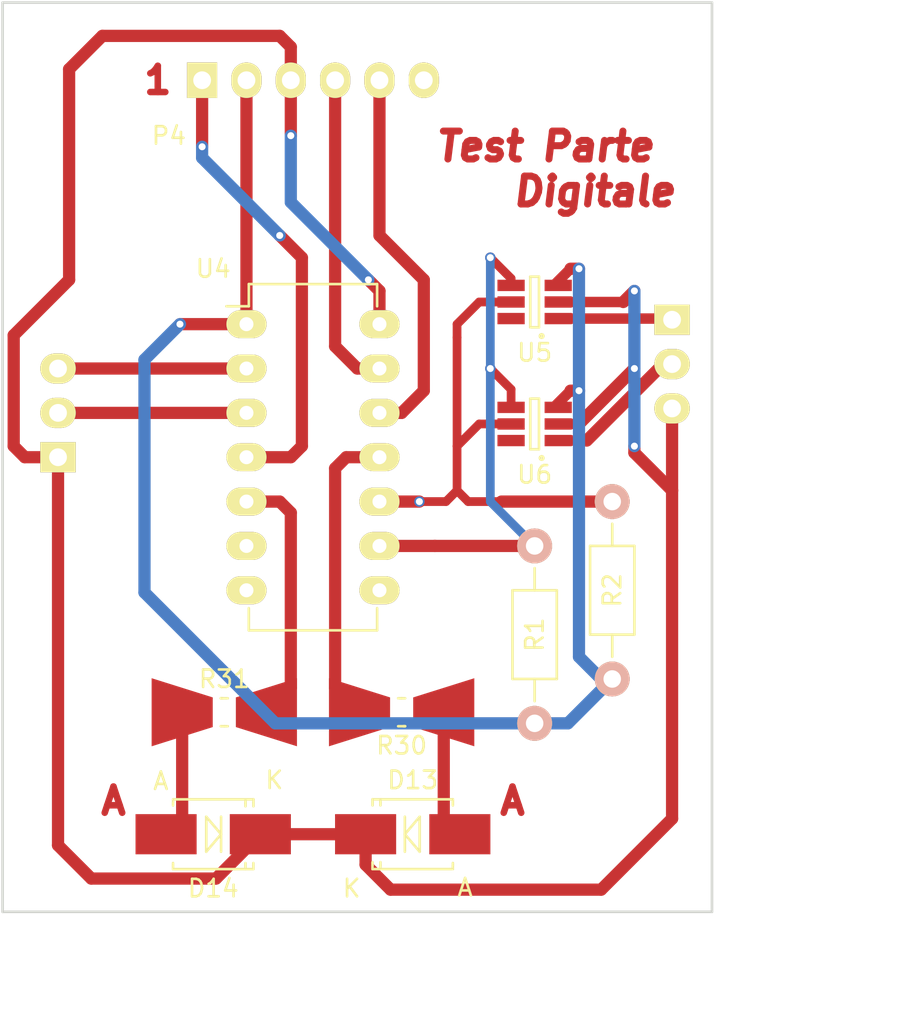
<source format=kicad_pcb>
(kicad_pcb (version 4) (host pcbnew 4.0.4+e1-6308~48~ubuntu16.04.1-stable)

  (general
    (links 30)
    (no_connects 1)
    (area 94.899762 86.128809 151.995 146.845001)
    (thickness 1.6)
    (drawings 10)
    (tracks 119)
    (zones 0)
    (modules 12)
    (nets 17)
  )

  (page A4)
  (layers
    (0 F.Cu signal)
    (31 B.Cu signal)
    (32 B.Adhes user)
    (33 F.Adhes user)
    (34 B.Paste user)
    (35 F.Paste user)
    (36 B.SilkS user)
    (37 F.SilkS user)
    (38 B.Mask user)
    (39 F.Mask user hide)
    (40 Dwgs.User user)
    (41 Cmts.User user)
    (42 Eco1.User user)
    (43 Eco2.User user)
    (44 Edge.Cuts user)
    (45 Margin user)
    (46 B.CrtYd user)
    (47 F.CrtYd user)
    (48 B.Fab user hide)
    (49 F.Fab user hide)
  )

  (setup
    (last_trace_width 0.25)
    (user_trace_width 0.5)
    (user_trace_width 0.7)
    (user_trace_width 0.8)
    (trace_clearance 0.2)
    (zone_clearance 0.508)
    (zone_45_only no)
    (trace_min 0.2)
    (segment_width 0.2)
    (edge_width 0.15)
    (via_size 0.6)
    (via_drill 0.4)
    (via_min_size 0.4)
    (via_min_drill 0.3)
    (uvia_size 0.3)
    (uvia_drill 0.1)
    (uvias_allowed no)
    (uvia_min_size 0.2)
    (uvia_min_drill 0.1)
    (pcb_text_width 0.3)
    (pcb_text_size 1.5 1.5)
    (mod_edge_width 0.15)
    (mod_text_size 1 1)
    (mod_text_width 0.15)
    (pad_size 1.524 1.524)
    (pad_drill 0.762)
    (pad_to_mask_clearance 0.2)
    (aux_axis_origin 0 0)
    (grid_origin 96.52 138.43)
    (visible_elements FFFFFF7F)
    (pcbplotparams
      (layerselection 0x00000_00000001)
      (usegerberextensions false)
      (excludeedgelayer false)
      (linewidth 0.100000)
      (plotframeref false)
      (viasonmask false)
      (mode 1)
      (useauxorigin false)
      (hpglpennumber 1)
      (hpglpenspeed 20)
      (hpglpendiameter 15)
      (hpglpenoverlay 2)
      (psnegative false)
      (psa4output false)
      (plotreference false)
      (plotvalue true)
      (plotinvisibletext false)
      (padsonsilk false)
      (subtractmaskfromsilk false)
      (outputformat 4)
      (mirror false)
      (drillshape 0)
      (scaleselection 1)
      (outputdirectory ""))
  )

  (net 0 "")
  (net 1 GND)
  (net 2 "Net-(D13-Pad2)")
  (net 3 "Net-(D14-Pad2)")
  (net 4 /TX)
  (net 5 /RX)
  (net 6 +5V)
  (net 7 /ICSPDAT)
  (net 8 /ICSPCLK)
  (net 9 /SDA)
  (net 10 /SCL)
  (net 11 /STATUS_LED_2)
  (net 12 /STATUS_LED_1)
  (net 13 VAA)
  (net 14 /dac_1_out)
  (net 15 /dac_2_out)
  (net 16 /~MCLR)

  (net_class Default "This is the default net class."
    (clearance 0.2)
    (trace_width 0.25)
    (via_dia 0.6)
    (via_drill 0.4)
    (uvia_dia 0.3)
    (uvia_drill 0.1)
    (add_net +5V)
    (add_net /ICSPCLK)
    (add_net /ICSPDAT)
    (add_net /RX)
    (add_net /SCL)
    (add_net /SDA)
    (add_net /STATUS_LED_1)
    (add_net /STATUS_LED_2)
    (add_net /TX)
    (add_net /dac_1_out)
    (add_net /dac_2_out)
    (add_net /~MCLR)
    (add_net GND)
    (add_net "Net-(D13-Pad2)")
    (add_net "Net-(D14-Pad2)")
    (add_net VAA)
  )

  (module Resistors_ThroughHole:Resistor_Horizontal_RM10mm (layer F.Cu) (tedit 5856571D) (tstamp 58565684)
    (at 127 127.635 90)
    (descr "Resistor, Axial,  RM 10mm, 1/3W")
    (tags "Resistor Axial RM 10mm 1/3W")
    (path /58565881)
    (fp_text reference R1 (at 5.08 0 90) (layer F.SilkS)
      (effects (font (size 1 1) (thickness 0.15)))
    )
    (fp_text value R (at 6.985 -2.54 90) (layer F.Fab)
      (effects (font (size 1 1) (thickness 0.15)))
    )
    (fp_line (start -1.25 -1.5) (end 11.4 -1.5) (layer F.CrtYd) (width 0.05))
    (fp_line (start -1.25 1.5) (end -1.25 -1.5) (layer F.CrtYd) (width 0.05))
    (fp_line (start 11.4 -1.5) (end 11.4 1.5) (layer F.CrtYd) (width 0.05))
    (fp_line (start -1.25 1.5) (end 11.4 1.5) (layer F.CrtYd) (width 0.05))
    (fp_line (start 2.54 -1.27) (end 7.62 -1.27) (layer F.SilkS) (width 0.15))
    (fp_line (start 7.62 -1.27) (end 7.62 1.27) (layer F.SilkS) (width 0.15))
    (fp_line (start 7.62 1.27) (end 2.54 1.27) (layer F.SilkS) (width 0.15))
    (fp_line (start 2.54 1.27) (end 2.54 -1.27) (layer F.SilkS) (width 0.15))
    (fp_line (start 2.54 0) (end 1.27 0) (layer F.SilkS) (width 0.15))
    (fp_line (start 7.62 0) (end 8.89 0) (layer F.SilkS) (width 0.15))
    (pad 1 thru_hole circle (at 0 0 90) (size 1.99898 1.99898) (drill 1.00076) (layers *.Cu *.SilkS *.Mask)
      (net 6 +5V))
    (pad 2 thru_hole circle (at 10.16 0 90) (size 1.99898 1.99898) (drill 1.00076) (layers *.Cu *.SilkS *.Mask)
      (net 9 /SDA))
    (model Resistors_ThroughHole.3dshapes/Resistor_Horizontal_RM10mm.wrl
      (at (xyz 0.2 0 0))
      (scale (xyz 0.4 0.4 0.4))
      (rotate (xyz 0 0 0))
    )
  )

  (module Resistors_ThroughHole:Resistor_Horizontal_RM10mm (layer F.Cu) (tedit 58565722) (tstamp 5856568A)
    (at 131.445 125.095 90)
    (descr "Resistor, Axial,  RM 10mm, 1/3W")
    (tags "Resistor Axial RM 10mm 1/3W")
    (path /5856597A)
    (fp_text reference R2 (at 5.08 0 90) (layer F.SilkS)
      (effects (font (size 1 1) (thickness 0.15)))
    )
    (fp_text value R (at 6.985 -2.54 90) (layer F.Fab)
      (effects (font (size 1 1) (thickness 0.15)))
    )
    (fp_line (start -1.25 -1.5) (end 11.4 -1.5) (layer F.CrtYd) (width 0.05))
    (fp_line (start -1.25 1.5) (end -1.25 -1.5) (layer F.CrtYd) (width 0.05))
    (fp_line (start 11.4 -1.5) (end 11.4 1.5) (layer F.CrtYd) (width 0.05))
    (fp_line (start -1.25 1.5) (end 11.4 1.5) (layer F.CrtYd) (width 0.05))
    (fp_line (start 2.54 -1.27) (end 7.62 -1.27) (layer F.SilkS) (width 0.15))
    (fp_line (start 7.62 -1.27) (end 7.62 1.27) (layer F.SilkS) (width 0.15))
    (fp_line (start 7.62 1.27) (end 2.54 1.27) (layer F.SilkS) (width 0.15))
    (fp_line (start 2.54 1.27) (end 2.54 -1.27) (layer F.SilkS) (width 0.15))
    (fp_line (start 2.54 0) (end 1.27 0) (layer F.SilkS) (width 0.15))
    (fp_line (start 7.62 0) (end 8.89 0) (layer F.SilkS) (width 0.15))
    (pad 1 thru_hole circle (at 0 0 90) (size 1.99898 1.99898) (drill 1.00076) (layers *.Cu *.SilkS *.Mask)
      (net 6 +5V))
    (pad 2 thru_hole circle (at 10.16 0 90) (size 1.99898 1.99898) (drill 1.00076) (layers *.Cu *.SilkS *.Mask)
      (net 10 /SCL))
    (model Resistors_ThroughHole.3dshapes/Resistor_Horizontal_RM10mm.wrl
      (at (xyz 0.2 0 0))
      (scale (xyz 0.4 0.4 0.4))
      (rotate (xyz 0 0 0))
    )
  )

  (module Housings_DIP:DIP-14_W7.62mm_LongPads (layer F.Cu) (tedit 5856594B) (tstamp 585656B4)
    (at 110.49 104.775)
    (descr "14-lead dip package, row spacing 7.62 mm (300 mils), longer pads")
    (tags "dil dip 2.54 300")
    (path /584FC13D)
    (fp_text reference U4 (at -1.905 -3.175 180) (layer F.SilkS)
      (effects (font (size 1 1) (thickness 0.15)))
    )
    (fp_text value PIC16F18323 (at 14.605 -1.905) (layer F.Fab)
      (effects (font (size 1 1) (thickness 0.15)))
    )
    (fp_line (start -1.4 -2.45) (end -1.4 17.7) (layer F.CrtYd) (width 0.05))
    (fp_line (start 9 -2.45) (end 9 17.7) (layer F.CrtYd) (width 0.05))
    (fp_line (start -1.4 -2.45) (end 9 -2.45) (layer F.CrtYd) (width 0.05))
    (fp_line (start -1.4 17.7) (end 9 17.7) (layer F.CrtYd) (width 0.05))
    (fp_line (start 0.135 -2.295) (end 0.135 -1.025) (layer F.SilkS) (width 0.15))
    (fp_line (start 7.485 -2.295) (end 7.485 -1.025) (layer F.SilkS) (width 0.15))
    (fp_line (start 7.485 17.535) (end 7.485 16.265) (layer F.SilkS) (width 0.15))
    (fp_line (start 0.135 17.535) (end 0.135 16.265) (layer F.SilkS) (width 0.15))
    (fp_line (start 0.135 -2.295) (end 7.485 -2.295) (layer F.SilkS) (width 0.15))
    (fp_line (start 0.135 17.535) (end 7.485 17.535) (layer F.SilkS) (width 0.15))
    (fp_line (start 0.135 -1.025) (end -1.15 -1.025) (layer F.SilkS) (width 0.15))
    (pad 1 thru_hole oval (at 0 0) (size 2.3 1.6) (drill 0.8) (layers *.Cu *.Mask F.SilkS)
      (net 6 +5V))
    (pad 2 thru_hole oval (at 0 2.54) (size 2.3 1.6) (drill 0.8) (layers *.Cu *.Mask F.SilkS)
      (net 5 /RX))
    (pad 3 thru_hole oval (at 0 5.08) (size 2.3 1.6) (drill 0.8) (layers *.Cu *.Mask F.SilkS)
      (net 4 /TX))
    (pad 4 thru_hole oval (at 0 7.62) (size 2.3 1.6) (drill 0.8) (layers *.Cu *.Mask F.SilkS)
      (net 16 /~MCLR))
    (pad 5 thru_hole oval (at 0 10.16) (size 2.3 1.6) (drill 0.8) (layers *.Cu *.Mask F.SilkS)
      (net 12 /STATUS_LED_1))
    (pad 6 thru_hole oval (at 0 12.7) (size 2.3 1.6) (drill 0.8) (layers *.Cu *.Mask F.SilkS))
    (pad 7 thru_hole oval (at 0 15.24) (size 2.3 1.6) (drill 0.8) (layers *.Cu *.Mask F.SilkS))
    (pad 8 thru_hole oval (at 7.62 15.24) (size 2.3 1.6) (drill 0.8) (layers *.Cu *.Mask F.SilkS))
    (pad 9 thru_hole oval (at 7.62 12.7) (size 2.3 1.6) (drill 0.8) (layers *.Cu *.Mask F.SilkS)
      (net 9 /SDA))
    (pad 10 thru_hole oval (at 7.62 10.16) (size 2.3 1.6) (drill 0.8) (layers *.Cu *.Mask F.SilkS)
      (net 10 /SCL))
    (pad 11 thru_hole oval (at 7.62 7.62) (size 2.3 1.6) (drill 0.8) (layers *.Cu *.Mask F.SilkS)
      (net 11 /STATUS_LED_2))
    (pad 12 thru_hole oval (at 7.62 5.08) (size 2.3 1.6) (drill 0.8) (layers *.Cu *.Mask F.SilkS)
      (net 8 /ICSPCLK))
    (pad 13 thru_hole oval (at 7.62 2.54) (size 2.3 1.6) (drill 0.8) (layers *.Cu *.Mask F.SilkS)
      (net 7 /ICSPDAT))
    (pad 14 thru_hole oval (at 7.62 0) (size 2.3 1.6) (drill 0.8) (layers *.Cu *.Mask F.SilkS)
      (net 1 GND))
    (model Housings_DIP.3dshapes/DIP-14_W7.62mm_LongPads.wrl
      (at (xyz 0 0 0))
      (scale (xyz 1 1 1))
      (rotate (xyz 0 0 0))
    )
  )

  (module Resistors_Universal:Resistor_SMD+THTuniversal_0805to2512_HandSoldering (layer F.Cu) (tedit 5856579D) (tstamp 58565859)
    (at 119.38 127 180)
    (descr "Resistor, SMD and THT, universal, 0805 to 2512, Hand soldering,")
    (tags "Resistor, SMD and THT, universal, 0805 to 2512, Hand soldering,")
    (path /584FEEDB)
    (fp_text reference R30 (at 0 -1.905 180) (layer F.SilkS)
      (effects (font (size 1 1) (thickness 0.15)))
    )
    (fp_text value 390 (at 0 2.54 180) (layer F.Fab)
      (effects (font (size 1 1) (thickness 0.15)))
    )
    (fp_line (start 0 0.8001) (end 0.20066 0.8001) (layer F.SilkS) (width 0.15))
    (fp_line (start 0 0.8001) (end -0.20066 0.8001) (layer F.SilkS) (width 0.15))
    (fp_line (start -0.09906 -0.8001) (end -0.20066 -0.8001) (layer F.SilkS) (width 0.15))
    (fp_line (start -0.20066 -0.8001) (end 0.20066 -0.8001) (layer F.SilkS) (width 0.15))
    (pad 1 smd trapezoid (at -2.413 0 180) (size 3.50012 2.79908) (rect_delta 1.09982 0 ) (layers F.Cu F.Paste F.Mask)
      (net 2 "Net-(D13-Pad2)"))
    (pad 2 smd trapezoid (at 2.413 0) (size 3.50012 2.79908) (rect_delta 1.09982 0 ) (layers F.Cu F.Paste F.Mask)
      (net 11 /STATUS_LED_2))
  )

  (module Resistors_Universal:Resistor_SMD+THTuniversal_0805to2512_HandSoldering (layer F.Cu) (tedit 585657A3) (tstamp 5856585E)
    (at 109.22 127)
    (descr "Resistor, SMD and THT, universal, 0805 to 2512, Hand soldering,")
    (tags "Resistor, SMD and THT, universal, 0805 to 2512, Hand soldering,")
    (path /584FF09D)
    (fp_text reference R31 (at 0 -1.905) (layer F.SilkS)
      (effects (font (size 1 1) (thickness 0.15)))
    )
    (fp_text value 390 (at 0 1.905) (layer F.Fab)
      (effects (font (size 1 1) (thickness 0.15)))
    )
    (fp_line (start 0 0.8001) (end 0.20066 0.8001) (layer F.SilkS) (width 0.15))
    (fp_line (start 0 0.8001) (end -0.20066 0.8001) (layer F.SilkS) (width 0.15))
    (fp_line (start -0.09906 -0.8001) (end -0.20066 -0.8001) (layer F.SilkS) (width 0.15))
    (fp_line (start -0.20066 -0.8001) (end 0.20066 -0.8001) (layer F.SilkS) (width 0.15))
    (pad 1 smd trapezoid (at -2.413 0) (size 3.50012 2.79908) (rect_delta 1.09982 0 ) (layers F.Cu F.Paste F.Mask)
      (net 3 "Net-(D14-Pad2)"))
    (pad 2 smd trapezoid (at 2.413 0 180) (size 3.50012 2.79908) (rect_delta 1.09982 0 ) (layers F.Cu F.Paste F.Mask)
      (net 12 /STATUS_LED_1))
  )

  (module Diodes_SMD:SMB_Handsoldering (layer F.Cu) (tedit 552FF2F0) (tstamp 585658C4)
    (at 120.015 133.985)
    (descr "Diode SMB Handsoldering")
    (tags "Diode SMB Handsoldering")
    (path /584FEDA7)
    (attr smd)
    (fp_text reference D13 (at 0 -3.1) (layer F.SilkS)
      (effects (font (size 1 1) (thickness 0.15)))
    )
    (fp_text value Led_Small (at 0.1 4.75) (layer F.Fab)
      (effects (font (size 1 1) (thickness 0.15)))
    )
    (fp_line (start -4.7 -2.25) (end 4.7 -2.25) (layer F.CrtYd) (width 0.05))
    (fp_line (start 4.7 -2.25) (end 4.7 2.25) (layer F.CrtYd) (width 0.05))
    (fp_line (start 4.7 2.25) (end -4.7 2.25) (layer F.CrtYd) (width 0.05))
    (fp_line (start -4.7 2.25) (end -4.7 -2.25) (layer F.CrtYd) (width 0.05))
    (fp_line (start -0.44958 0) (end 0.39878 -1.00076) (layer F.SilkS) (width 0.15))
    (fp_line (start 0.39878 -1.00076) (end 0.39878 1.00076) (layer F.SilkS) (width 0.15))
    (fp_line (start 0.39878 1.00076) (end -0.44958 0) (layer F.SilkS) (width 0.15))
    (fp_line (start -0.44958 0) (end -0.44958 1.00076) (layer F.SilkS) (width 0.15))
    (fp_line (start -0.44958 0) (end -0.44958 -1.00076) (layer F.SilkS) (width 0.15))
    (fp_text user K (at -3.5 3.1) (layer F.SilkS)
      (effects (font (size 1 1) (thickness 0.15)))
    )
    (fp_text user A (at 3 3.05) (layer F.SilkS)
      (effects (font (size 1 1) (thickness 0.15)))
    )
    (fp_line (start -2.30632 1.8) (end -2.30632 1.6002) (layer F.SilkS) (width 0.15))
    (fp_line (start -1.84928 1.8) (end -1.84928 1.601) (layer F.SilkS) (width 0.15))
    (fp_line (start 2.30124 1.8) (end 2.30124 1.651) (layer F.SilkS) (width 0.15))
    (fp_line (start -2.30124 -1.8) (end -2.30124 -1.651) (layer F.SilkS) (width 0.15))
    (fp_line (start -1.84928 -1.8) (end -1.84928 -1.651) (layer F.SilkS) (width 0.15))
    (fp_line (start 2.30124 -1.8) (end 2.30124 -1.651) (layer F.SilkS) (width 0.15))
    (fp_line (start -1.84928 1.94898) (end -1.84928 1.75086) (layer F.SilkS) (width 0.15))
    (fp_line (start -1.84928 -1.99898) (end -1.84928 -1.80086) (layer F.SilkS) (width 0.15))
    (fp_line (start 2.29616 1.99644) (end 2.29616 1.79832) (layer F.SilkS) (width 0.15))
    (fp_line (start -2.30632 1.99644) (end 2.29616 1.99644) (layer F.SilkS) (width 0.15))
    (fp_line (start -2.30632 1.99644) (end -2.30632 1.79832) (layer F.SilkS) (width 0.15))
    (fp_line (start -2.30124 -1.99898) (end -2.30124 -1.80086) (layer F.SilkS) (width 0.15))
    (fp_line (start -2.30124 -1.99898) (end 2.30124 -1.99898) (layer F.SilkS) (width 0.15))
    (fp_line (start 2.30124 -1.99898) (end 2.30124 -1.80086) (layer F.SilkS) (width 0.15))
    (pad 1 smd rect (at -2.70002 0) (size 3.50012 2.30124) (layers F.Cu F.Paste F.Mask)
      (net 1 GND))
    (pad 2 smd rect (at 2.70002 0) (size 3.50012 2.30124) (layers F.Cu F.Paste F.Mask)
      (net 2 "Net-(D13-Pad2)"))
    (model Diodes_SMD.3dshapes/SMB_Handsoldering.wrl
      (at (xyz 0 0 0))
      (scale (xyz 0.3937 0.3937 0.3937))
      (rotate (xyz 0 0 180))
    )
  )

  (module Diodes_SMD:SMB_Handsoldering (layer F.Cu) (tedit 552FF2F0) (tstamp 585658C9)
    (at 108.585 133.985 180)
    (descr "Diode SMB Handsoldering")
    (tags "Diode SMB Handsoldering")
    (path /584FF097)
    (attr smd)
    (fp_text reference D14 (at 0 -3.1 180) (layer F.SilkS)
      (effects (font (size 1 1) (thickness 0.15)))
    )
    (fp_text value Led_Small (at 0.1 4.75 180) (layer F.Fab)
      (effects (font (size 1 1) (thickness 0.15)))
    )
    (fp_line (start -4.7 -2.25) (end 4.7 -2.25) (layer F.CrtYd) (width 0.05))
    (fp_line (start 4.7 -2.25) (end 4.7 2.25) (layer F.CrtYd) (width 0.05))
    (fp_line (start 4.7 2.25) (end -4.7 2.25) (layer F.CrtYd) (width 0.05))
    (fp_line (start -4.7 2.25) (end -4.7 -2.25) (layer F.CrtYd) (width 0.05))
    (fp_line (start -0.44958 0) (end 0.39878 -1.00076) (layer F.SilkS) (width 0.15))
    (fp_line (start 0.39878 -1.00076) (end 0.39878 1.00076) (layer F.SilkS) (width 0.15))
    (fp_line (start 0.39878 1.00076) (end -0.44958 0) (layer F.SilkS) (width 0.15))
    (fp_line (start -0.44958 0) (end -0.44958 1.00076) (layer F.SilkS) (width 0.15))
    (fp_line (start -0.44958 0) (end -0.44958 -1.00076) (layer F.SilkS) (width 0.15))
    (fp_text user K (at -3.5 3.1 180) (layer F.SilkS)
      (effects (font (size 1 1) (thickness 0.15)))
    )
    (fp_text user A (at 3 3.05 180) (layer F.SilkS)
      (effects (font (size 1 1) (thickness 0.15)))
    )
    (fp_line (start -2.30632 1.8) (end -2.30632 1.6002) (layer F.SilkS) (width 0.15))
    (fp_line (start -1.84928 1.8) (end -1.84928 1.601) (layer F.SilkS) (width 0.15))
    (fp_line (start 2.30124 1.8) (end 2.30124 1.651) (layer F.SilkS) (width 0.15))
    (fp_line (start -2.30124 -1.8) (end -2.30124 -1.651) (layer F.SilkS) (width 0.15))
    (fp_line (start -1.84928 -1.8) (end -1.84928 -1.651) (layer F.SilkS) (width 0.15))
    (fp_line (start 2.30124 -1.8) (end 2.30124 -1.651) (layer F.SilkS) (width 0.15))
    (fp_line (start -1.84928 1.94898) (end -1.84928 1.75086) (layer F.SilkS) (width 0.15))
    (fp_line (start -1.84928 -1.99898) (end -1.84928 -1.80086) (layer F.SilkS) (width 0.15))
    (fp_line (start 2.29616 1.99644) (end 2.29616 1.79832) (layer F.SilkS) (width 0.15))
    (fp_line (start -2.30632 1.99644) (end 2.29616 1.99644) (layer F.SilkS) (width 0.15))
    (fp_line (start -2.30632 1.99644) (end -2.30632 1.79832) (layer F.SilkS) (width 0.15))
    (fp_line (start -2.30124 -1.99898) (end -2.30124 -1.80086) (layer F.SilkS) (width 0.15))
    (fp_line (start -2.30124 -1.99898) (end 2.30124 -1.99898) (layer F.SilkS) (width 0.15))
    (fp_line (start 2.30124 -1.99898) (end 2.30124 -1.80086) (layer F.SilkS) (width 0.15))
    (pad 1 smd rect (at -2.70002 0 180) (size 3.50012 2.30124) (layers F.Cu F.Paste F.Mask)
      (net 1 GND))
    (pad 2 smd rect (at 2.70002 0 180) (size 3.50012 2.30124) (layers F.Cu F.Paste F.Mask)
      (net 3 "Net-(D14-Pad2)"))
    (model Diodes_SMD.3dshapes/SMB_Handsoldering.wrl
      (at (xyz 0 0 0))
      (scale (xyz 0.3937 0.3937 0.3937))
      (rotate (xyz 0 0 180))
    )
  )

  (module Pin_Headers:Pin_Header_Straight_1x03 (layer F.Cu) (tedit 581679D6) (tstamp 58565A3E)
    (at 134.874 104.521)
    (descr "Through hole pin header")
    (tags "pin header")
    (path /58566183)
    (fp_text reference P1 (at -0.028 -2.39) (layer F.SilkS) hide
      (effects (font (size 1 1) (thickness 0.15)))
    )
    (fp_text value CONN_01X03 (at 0 -3.1) (layer F.Fab)
      (effects (font (size 1 1) (thickness 0.15)))
    )
    (fp_line (start -1.75 -1.75) (end -1.75 6.85) (layer F.CrtYd) (width 0.05))
    (fp_line (start 1.75 -1.75) (end 1.75 6.85) (layer F.CrtYd) (width 0.05))
    (fp_line (start -1.75 -1.75) (end 1.75 -1.75) (layer F.CrtYd) (width 0.05))
    (fp_line (start -1.75 6.85) (end 1.75 6.85) (layer F.CrtYd) (width 0.05))
    (pad 1 thru_hole rect (at 0 0) (size 2.032 1.7272) (drill 1.016) (layers *.Cu *.Mask F.SilkS)
      (net 14 /dac_1_out))
    (pad 2 thru_hole oval (at 0 2.54) (size 2.032 1.7272) (drill 1.016) (layers *.Cu *.Mask F.SilkS)
      (net 15 /dac_2_out))
    (pad 3 thru_hole oval (at 0 5.08) (size 2.032 1.7272) (drill 1.016) (layers *.Cu *.Mask F.SilkS)
      (net 1 GND))
    (model Pin_Headers.3dshapes/Pin_Header_Straight_1x03.wrl
      (at (xyz 0 -0.1 0))
      (scale (xyz 1 1 1))
      (rotate (xyz 0 0 90))
    )
  )

  (module Pin_Headers:Pin_Header_Straight_1x03 (layer F.Cu) (tedit 581679D6) (tstamp 58565AA3)
    (at 99.695 112.395 180)
    (descr "Through hole pin header")
    (tags "pin header")
    (path /585067E8)
    (fp_text reference P3 (at -0.028 -2.39 180) (layer F.SilkS) hide
      (effects (font (size 1 1) (thickness 0.15)))
    )
    (fp_text value UART_01X03 (at 0 -3.1 180) (layer F.Fab)
      (effects (font (size 1 1) (thickness 0.15)))
    )
    (fp_line (start -1.75 -1.75) (end -1.75 6.85) (layer F.CrtYd) (width 0.05))
    (fp_line (start 1.75 -1.75) (end 1.75 6.85) (layer F.CrtYd) (width 0.05))
    (fp_line (start -1.75 -1.75) (end 1.75 -1.75) (layer F.CrtYd) (width 0.05))
    (fp_line (start -1.75 6.85) (end 1.75 6.85) (layer F.CrtYd) (width 0.05))
    (pad 1 thru_hole rect (at 0 0 180) (size 2.032 1.7272) (drill 1.016) (layers *.Cu *.Mask F.SilkS)
      (net 1 GND))
    (pad 2 thru_hole oval (at 0 2.54 180) (size 2.032 1.7272) (drill 1.016) (layers *.Cu *.Mask F.SilkS)
      (net 4 /TX))
    (pad 3 thru_hole oval (at 0 5.08 180) (size 2.032 1.7272) (drill 1.016) (layers *.Cu *.Mask F.SilkS)
      (net 5 /RX))
    (model Pin_Headers.3dshapes/Pin_Header_Straight_1x03.wrl
      (at (xyz 0 -0.1 0))
      (scale (xyz 1 1 1))
      (rotate (xyz 0 0 90))
    )
  )

  (module Pin_Headers:Pin_Header_Straight_1x06 (layer F.Cu) (tedit 5816799F) (tstamp 58565AA9)
    (at 107.95 90.805 90)
    (descr "Through hole pin header")
    (tags "pin header")
    (path /584FCA58)
    (fp_text reference P4 (at -3.175 -1.905 180) (layer F.SilkS)
      (effects (font (size 1 1) (thickness 0.15)))
    )
    (fp_text value ICSP_01X06 (at 0 -3.1 90) (layer F.Fab)
      (effects (font (size 1 1) (thickness 0.15)))
    )
    (fp_line (start -1.75 -1.75) (end -1.75 14.45) (layer F.CrtYd) (width 0.05))
    (fp_line (start 1.75 -1.75) (end 1.75 14.45) (layer F.CrtYd) (width 0.05))
    (fp_line (start -1.75 -1.75) (end 1.75 -1.75) (layer F.CrtYd) (width 0.05))
    (fp_line (start -1.75 14.45) (end 1.75 14.45) (layer F.CrtYd) (width 0.05))
    (pad 1 thru_hole rect (at 0 0 90) (size 2.032 1.7272) (drill 1.016) (layers *.Cu *.Mask F.SilkS)
      (net 16 /~MCLR))
    (pad 2 thru_hole oval (at 0 2.54 90) (size 2.032 1.7272) (drill 1.016) (layers *.Cu *.Mask F.SilkS)
      (net 6 +5V))
    (pad 3 thru_hole oval (at 0 5.08 90) (size 2.032 1.7272) (drill 1.016) (layers *.Cu *.Mask F.SilkS)
      (net 1 GND))
    (pad 4 thru_hole oval (at 0 7.62 90) (size 2.032 1.7272) (drill 1.016) (layers *.Cu *.Mask F.SilkS)
      (net 7 /ICSPDAT))
    (pad 5 thru_hole oval (at 0 10.16 90) (size 2.032 1.7272) (drill 1.016) (layers *.Cu *.Mask F.SilkS)
      (net 8 /ICSPCLK))
    (pad 6 thru_hole oval (at 0 12.7 90) (size 2.032 1.7272) (drill 1.016) (layers *.Cu *.Mask F.SilkS))
    (model Pin_Headers.3dshapes/Pin_Header_Straight_1x06.wrl
      (at (xyz 0 -0.25 0))
      (scale (xyz 1 1 1))
      (rotate (xyz 0 0 90))
    )
  )

  (module TO_SOT_Packages_SMD:SOT-23-6_Handsoldering (layer F.Cu) (tedit 57267254) (tstamp 58594615)
    (at 127 103.505 180)
    (descr "6-pin SOT-23 package, Handsoldering")
    (tags "SOT-23-6 Handsoldering")
    (path /584FC1B0)
    (attr smd)
    (fp_text reference U5 (at 0 -2.9 180) (layer F.SilkS)
      (effects (font (size 1 1) (thickness 0.15)))
    )
    (fp_text value MCP4726 (at 0 2.9 180) (layer F.Fab)
      (effects (font (size 1 1) (thickness 0.15)))
    )
    (fp_line (start -2.4 1.7) (end -2.4 -1.7) (layer F.CrtYd) (width 0.05))
    (fp_line (start 2.4 1.7) (end -2.4 1.7) (layer F.CrtYd) (width 0.05))
    (fp_line (start 2.4 -1.7) (end 2.4 1.7) (layer F.CrtYd) (width 0.05))
    (fp_line (start -2.4 -1.7) (end 2.4 -1.7) (layer F.CrtYd) (width 0.05))
    (fp_circle (center -0.4 -1.95) (end -0.3 -1.95) (layer F.SilkS) (width 0.15))
    (fp_line (start 0.25 -1.45) (end -0.25 -1.45) (layer F.SilkS) (width 0.15))
    (fp_line (start 0.25 1.45) (end 0.25 -1.45) (layer F.SilkS) (width 0.15))
    (fp_line (start -0.25 1.45) (end 0.25 1.45) (layer F.SilkS) (width 0.15))
    (fp_line (start -0.25 -1.45) (end -0.25 1.45) (layer F.SilkS) (width 0.15))
    (pad 1 smd rect (at -1.35 -0.95 180) (size 1.56 0.65) (layers F.Cu F.Paste F.Mask)
      (net 14 /dac_1_out))
    (pad 2 smd rect (at -1.35 0 180) (size 1.56 0.65) (layers F.Cu F.Paste F.Mask)
      (net 1 GND))
    (pad 3 smd rect (at -1.35 0.95 180) (size 1.56 0.65) (layers F.Cu F.Paste F.Mask)
      (net 6 +5V))
    (pad 4 smd rect (at 1.35 0.95 180) (size 1.56 0.65) (layers F.Cu F.Paste F.Mask)
      (net 9 /SDA))
    (pad 6 smd rect (at 1.35 -0.95 180) (size 1.56 0.65) (layers F.Cu F.Paste F.Mask)
      (net 13 VAA))
    (pad 5 smd rect (at 1.35 0 180) (size 1.56 0.65) (layers F.Cu F.Paste F.Mask)
      (net 10 /SCL))
    (model TO_SOT_Packages_SMD.3dshapes/SOT-23-6.wrl
      (at (xyz 0 0 0))
      (scale (xyz 1 1 1))
      (rotate (xyz 0 0 0))
    )
  )

  (module TO_SOT_Packages_SMD:SOT-23-6_Handsoldering (layer F.Cu) (tedit 57267254) (tstamp 5859461E)
    (at 127 110.49 180)
    (descr "6-pin SOT-23 package, Handsoldering")
    (tags "SOT-23-6 Handsoldering")
    (path /584FC264)
    (attr smd)
    (fp_text reference U6 (at 0 -2.9 180) (layer F.SilkS)
      (effects (font (size 1 1) (thickness 0.15)))
    )
    (fp_text value MCP4726 (at 0 2.9 180) (layer F.Fab)
      (effects (font (size 1 1) (thickness 0.15)))
    )
    (fp_line (start -2.4 1.7) (end -2.4 -1.7) (layer F.CrtYd) (width 0.05))
    (fp_line (start 2.4 1.7) (end -2.4 1.7) (layer F.CrtYd) (width 0.05))
    (fp_line (start 2.4 -1.7) (end 2.4 1.7) (layer F.CrtYd) (width 0.05))
    (fp_line (start -2.4 -1.7) (end 2.4 -1.7) (layer F.CrtYd) (width 0.05))
    (fp_circle (center -0.4 -1.95) (end -0.3 -1.95) (layer F.SilkS) (width 0.15))
    (fp_line (start 0.25 -1.45) (end -0.25 -1.45) (layer F.SilkS) (width 0.15))
    (fp_line (start 0.25 1.45) (end 0.25 -1.45) (layer F.SilkS) (width 0.15))
    (fp_line (start -0.25 1.45) (end 0.25 1.45) (layer F.SilkS) (width 0.15))
    (fp_line (start -0.25 -1.45) (end -0.25 1.45) (layer F.SilkS) (width 0.15))
    (pad 1 smd rect (at -1.35 -0.95 180) (size 1.56 0.65) (layers F.Cu F.Paste F.Mask)
      (net 15 /dac_2_out))
    (pad 2 smd rect (at -1.35 0 180) (size 1.56 0.65) (layers F.Cu F.Paste F.Mask)
      (net 1 GND))
    (pad 3 smd rect (at -1.35 0.95 180) (size 1.56 0.65) (layers F.Cu F.Paste F.Mask)
      (net 6 +5V))
    (pad 4 smd rect (at 1.35 0.95 180) (size 1.56 0.65) (layers F.Cu F.Paste F.Mask)
      (net 9 /SDA))
    (pad 6 smd rect (at 1.35 -0.95 180) (size 1.56 0.65) (layers F.Cu F.Paste F.Mask)
      (net 13 VAA))
    (pad 5 smd rect (at 1.35 0 180) (size 1.56 0.65) (layers F.Cu F.Paste F.Mask)
      (net 10 /SCL))
    (model TO_SOT_Packages_SMD.3dshapes/SOT-23-6.wrl
      (at (xyz 0 0 0))
      (scale (xyz 1 1 1))
      (rotate (xyz 0 0 0))
    )
  )

  (dimension 52.07 (width 0.3) (layer Margin)
    (gr_text "52,070 mm" (at 145.495 112.395 90) (layer Margin)
      (effects (font (size 1.5 1.5) (thickness 0.3)))
    )
    (feature1 (pts (xy 140.97 86.36) (xy 146.845 86.36)))
    (feature2 (pts (xy 140.97 138.43) (xy 146.845 138.43)))
    (crossbar (pts (xy 144.145 138.43) (xy 144.145 86.36)))
    (arrow1a (pts (xy 144.145 86.36) (xy 144.731421 87.486504)))
    (arrow1b (pts (xy 144.145 86.36) (xy 143.558579 87.486504)))
    (arrow2a (pts (xy 144.145 138.43) (xy 144.731421 137.303496)))
    (arrow2b (pts (xy 144.145 138.43) (xy 143.558579 137.303496)))
  )
  (dimension 40.64 (width 0.3) (layer Margin)
    (gr_text "40,640 mm" (at 116.84 145.495) (layer Margin)
      (effects (font (size 1.5 1.5) (thickness 0.3)))
    )
    (feature1 (pts (xy 137.16 141.605) (xy 137.16 146.845)))
    (feature2 (pts (xy 96.52 141.605) (xy 96.52 146.845)))
    (crossbar (pts (xy 96.52 144.145) (xy 137.16 144.145)))
    (arrow1a (pts (xy 137.16 144.145) (xy 136.033496 144.731421)))
    (arrow1b (pts (xy 137.16 144.145) (xy 136.033496 143.558579)))
    (arrow2a (pts (xy 96.52 144.145) (xy 97.646504 144.731421)))
    (arrow2b (pts (xy 96.52 144.145) (xy 97.646504 143.558579)))
  )
  (gr_text A (at 125.73 132.08) (layer F.Cu)
    (effects (font (size 1.5 1.5) (thickness 0.375)))
  )
  (gr_text A (at 102.87 132.08) (layer F.Cu)
    (effects (font (size 1.5 1.5) (thickness 0.375)))
  )
  (gr_text 1 (at 105.41 90.805) (layer F.Cu)
    (effects (font (size 1.5 1.5) (thickness 0.375)))
  )
  (gr_text "Test Parte \nDigitale\n" (at 135.255 95.885) (layer F.Cu)
    (effects (font (size 1.6 1.6) (thickness 0.4) italic) (justify right))
  )
  (gr_line (start 96.52 86.36) (end 96.52 138.43) (angle 90) (layer Edge.Cuts) (width 0.15))
  (gr_line (start 137.16 86.36) (end 96.52 86.36) (angle 90) (layer Edge.Cuts) (width 0.15))
  (gr_line (start 137.16 138.43) (end 137.16 86.36) (angle 90) (layer Edge.Cuts) (width 0.15))
  (gr_line (start 96.52 138.43) (end 137.16 138.43) (angle 90) (layer Edge.Cuts) (width 0.15))

  (segment (start 128.1 103.505) (end 132.08 103.505) (width 0.6) (layer F.Cu) (net 1))
  (segment (start 132.08 103.505) (end 132.715 102.87) (width 0.7) (layer F.Cu) (net 1))
  (via (at 132.715 102.87) (size 0.6) (drill 0.4) (layers F.Cu B.Cu) (net 1))
  (segment (start 132.715 107.315) (end 132.715 102.87) (width 0.7) (layer B.Cu) (net 1))
  (via (at 132.715 107.315) (size 0.6) (drill 0.4) (layers F.Cu B.Cu) (net 1))
  (segment (start 129.54 110.49) (end 128.1 110.49) (width 0.6) (layer F.Cu) (net 1))
  (segment (start 132.715 107.315) (end 129.54 110.49) (width 0.7) (layer F.Cu) (net 1))
  (segment (start 132.715 107.315) (end 132.715 111.76) (width 0.7) (layer B.Cu) (net 1))
  (segment (start 134.874 133.096) (end 134.874 114.3) (width 0.7) (layer F.Cu) (net 1))
  (segment (start 134.874 114.3) (end 134.874 109.601) (width 0.7) (layer F.Cu) (net 1))
  (segment (start 132.715 111.76) (end 132.715 112.141) (width 0.7) (layer F.Cu) (net 1))
  (segment (start 132.715 112.141) (end 134.874 114.3) (width 0.7) (layer F.Cu) (net 1))
  (via (at 132.715 111.76) (size 0.6) (drill 0.4) (layers F.Cu B.Cu) (net 1))
  (segment (start 130.81 137.16) (end 134.874 133.096) (width 0.7) (layer F.Cu) (net 1))
  (segment (start 118.745 137.16) (end 130.81 137.16) (width 0.7) (layer F.Cu) (net 1))
  (segment (start 117.31498 135.72998) (end 118.745 137.16) (width 0.7) (layer F.Cu) (net 1))
  (segment (start 117.31498 133.985) (end 117.31498 135.72998) (width 0.7) (layer F.Cu) (net 1))
  (segment (start 113.03 93.98) (end 113.03 90.805) (width 0.7) (layer F.Cu) (net 1))
  (segment (start 117.475 102.235) (end 113.03 97.79) (width 0.7) (layer B.Cu) (net 1))
  (segment (start 113.03 97.79) (end 113.03 93.98) (width 0.7) (layer B.Cu) (net 1))
  (via (at 113.03 93.98) (size 0.6) (drill 0.4) (layers F.Cu B.Cu) (net 1))
  (segment (start 118.11 104.775) (end 118.11 102.87) (width 0.7) (layer F.Cu) (net 1))
  (segment (start 118.11 102.87) (end 117.475 102.235) (width 0.7) (layer F.Cu) (net 1))
  (via (at 117.475 102.235) (size 0.6) (drill 0.4) (layers F.Cu B.Cu) (net 1))
  (segment (start 101.6 136.525) (end 108.74502 136.525) (width 0.7) (layer F.Cu) (net 1))
  (segment (start 108.74502 136.525) (end 111.28502 133.985) (width 0.7) (layer F.Cu) (net 1))
  (segment (start 99.695 134.62) (end 101.6 136.525) (width 0.7) (layer F.Cu) (net 1))
  (segment (start 99.695 112.395) (end 99.695 134.62) (width 0.7) (layer F.Cu) (net 1))
  (segment (start 111.28502 133.985) (end 117.31498 133.985) (width 0.7) (layer F.Cu) (net 1))
  (segment (start 99.695 112.395) (end 97.79 112.395) (width 0.7) (layer F.Cu) (net 1))
  (segment (start 97.79 112.395) (end 97.155 111.76) (width 0.7) (layer F.Cu) (net 1))
  (segment (start 97.155 111.76) (end 97.155 105.41) (width 0.7) (layer F.Cu) (net 1))
  (segment (start 97.155 105.41) (end 100.33 102.235) (width 0.7) (layer F.Cu) (net 1))
  (segment (start 100.33 102.235) (end 100.33 90.17) (width 0.7) (layer F.Cu) (net 1))
  (segment (start 100.33 90.17) (end 102.235 88.265) (width 0.7) (layer F.Cu) (net 1))
  (segment (start 102.235 88.265) (end 112.395 88.265) (width 0.7) (layer F.Cu) (net 1))
  (segment (start 112.395 88.265) (end 113.03 88.9) (width 0.7) (layer F.Cu) (net 1))
  (segment (start 113.03 88.9) (end 113.03 90.805) (width 0.7) (layer F.Cu) (net 1))
  (segment (start 113.03 90.805) (end 113.03 90.9) (width 0.7) (layer F.Cu) (net 1))
  (segment (start 121.793 127) (end 121.793 133.06298) (width 0.7) (layer F.Cu) (net 2))
  (segment (start 121.793 133.06298) (end 122.71502 133.985) (width 0.7) (layer F.Cu) (net 2))
  (segment (start 106.807 127) (end 106.807 133.06298) (width 0.7) (layer F.Cu) (net 3))
  (segment (start 106.807 133.06298) (end 105.88498 133.985) (width 0.7) (layer F.Cu) (net 3))
  (segment (start 110.49 109.855) (end 99.695 109.855) (width 0.7) (layer F.Cu) (net 4))
  (segment (start 99.695 107.315) (end 110.49 107.315) (width 0.7) (layer F.Cu) (net 5))
  (segment (start 106.68 104.775) (end 110.49 104.775) (width 0.7) (layer F.Cu) (net 6))
  (via (at 106.68 104.775) (size 0.6) (drill 0.4) (layers F.Cu B.Cu) (net 6))
  (segment (start 129.54 108.585) (end 129.055 108.585) (width 0.7) (layer F.Cu) (net 6))
  (segment (start 129.055 108.585) (end 128.1 109.54) (width 0.6) (layer F.Cu) (net 6))
  (segment (start 129.54 108.585) (end 129.54 101.6) (width 0.7) (layer B.Cu) (net 6))
  (segment (start 129.54 123.825) (end 129.54 108.585) (width 0.7) (layer B.Cu) (net 6))
  (via (at 129.54 108.585) (size 0.6) (drill 0.4) (layers F.Cu B.Cu) (net 6))
  (segment (start 129.54 101.6) (end 129.055 101.6) (width 0.7) (layer F.Cu) (net 6))
  (segment (start 129.055 101.6) (end 128.1 102.555) (width 0.6) (layer F.Cu) (net 6))
  (via (at 129.54 101.6) (size 0.6) (drill 0.4) (layers F.Cu B.Cu) (net 6))
  (segment (start 130.81 125.095) (end 129.54 123.825) (width 0.7) (layer B.Cu) (net 6))
  (segment (start 131.445 125.095) (end 130.81 125.095) (width 0.7) (layer B.Cu) (net 6))
  (segment (start 127 127.635) (end 128.905 127.635) (width 0.7) (layer B.Cu) (net 6))
  (segment (start 128.905 127.635) (end 131.445 125.095) (width 0.7) (layer B.Cu) (net 6))
  (segment (start 104.648 120.142) (end 112.141 127.635) (width 0.7) (layer B.Cu) (net 6))
  (segment (start 112.141 127.635) (end 127 127.635) (width 0.7) (layer B.Cu) (net 6))
  (segment (start 104.648 106.807) (end 104.648 120.142) (width 0.7) (layer B.Cu) (net 6))
  (segment (start 106.68 104.775) (end 104.648 106.807) (width 0.7) (layer B.Cu) (net 6))
  (segment (start 110.49 104.775) (end 110.49 90.805) (width 0.7) (layer F.Cu) (net 6))
  (segment (start 116.84 107.315) (end 115.57 106.045) (width 0.7) (layer F.Cu) (net 7))
  (segment (start 115.57 106.045) (end 115.57 90.805) (width 0.7) (layer F.Cu) (net 7))
  (segment (start 118.11 107.315) (end 116.84 107.315) (width 0.7) (layer F.Cu) (net 7))
  (segment (start 120.65 108.585) (end 119.38 109.855) (width 0.7) (layer F.Cu) (net 8))
  (segment (start 119.38 109.855) (end 118.11 109.855) (width 0.7) (layer F.Cu) (net 8))
  (segment (start 120.65 102.235) (end 120.65 108.585) (width 0.7) (layer F.Cu) (net 8))
  (segment (start 118.11 99.695) (end 120.65 102.235) (width 0.7) (layer F.Cu) (net 8))
  (segment (start 118.11 90.805) (end 118.11 99.695) (width 0.7) (layer F.Cu) (net 8))
  (segment (start 124.46 100.965) (end 124.46 107.315) (width 0.5) (layer B.Cu) (net 9))
  (segment (start 124.46 114.935) (end 124.46 107.315) (width 0.5) (layer B.Cu) (net 9))
  (via (at 124.46 107.315) (size 0.6) (drill 0.4) (layers F.Cu B.Cu) (net 9))
  (segment (start 124.46 114.935) (end 127 117.475) (width 0.5) (layer B.Cu) (net 9))
  (via (at 124.46 100.965) (size 0.6) (drill 0.4) (layers F.Cu B.Cu) (net 9))
  (segment (start 125.65 102.155) (end 124.46 100.965) (width 0.5) (layer F.Cu) (net 9))
  (segment (start 125.65 102.555) (end 125.65 102.155) (width 0.5) (layer F.Cu) (net 9))
  (segment (start 125.65 108.505) (end 124.46 107.315) (width 0.5) (layer F.Cu) (net 9))
  (segment (start 125.65 109.54) (end 125.65 108.505) (width 0.5) (layer F.Cu) (net 9))
  (segment (start 127 117.475) (end 121.285 117.475) (width 0.7) (layer F.Cu) (net 9))
  (segment (start 118.11 117.475) (end 121.285 117.475) (width 0.7) (layer F.Cu) (net 9))
  (segment (start 123.825 103.505) (end 122.555 104.775) (width 0.5) (layer F.Cu) (net 10))
  (segment (start 122.555 104.775) (end 122.555 105.537) (width 0.5) (layer F.Cu) (net 10))
  (segment (start 125.65 103.505) (end 123.825 103.505) (width 0.5) (layer F.Cu) (net 10))
  (segment (start 125.095 114.935) (end 123.19 114.935) (width 0.5) (layer F.Cu) (net 10))
  (segment (start 123.19 114.935) (end 122.555 114.3) (width 0.5) (layer F.Cu) (net 10))
  (segment (start 122.555 114.3) (end 122.555 111.76) (width 0.5) (layer F.Cu) (net 10))
  (segment (start 122.555 111.76) (end 122.555 105.537) (width 0.5) (layer F.Cu) (net 10))
  (segment (start 125.65 110.49) (end 123.825 110.49) (width 0.5) (layer F.Cu) (net 10))
  (segment (start 123.825 110.49) (end 122.555 111.76) (width 0.5) (layer F.Cu) (net 10))
  (segment (start 121.92 114.935) (end 122.555 114.3) (width 0.5) (layer F.Cu) (net 10))
  (segment (start 120.396 114.935) (end 121.92 114.935) (width 0.5) (layer F.Cu) (net 10))
  (segment (start 120.396 114.935) (end 118.11 114.935) (width 0.7) (layer F.Cu) (net 10))
  (via (at 120.396 114.935) (size 0.6) (drill 0.4) (layers F.Cu B.Cu) (net 10))
  (segment (start 131.445 114.935) (end 125.095 114.935) (width 0.7) (layer F.Cu) (net 10))
  (segment (start 115.57 113.03) (end 115.57 125.603) (width 0.7) (layer F.Cu) (net 11))
  (segment (start 115.57 125.603) (end 116.967 127) (width 0.7) (layer F.Cu) (net 11))
  (segment (start 116.205 112.395) (end 115.57 113.03) (width 0.7) (layer F.Cu) (net 11))
  (segment (start 118.11 112.395) (end 116.205 112.395) (width 0.7) (layer F.Cu) (net 11))
  (segment (start 113.03 115.57) (end 113.03 125.603) (width 0.7) (layer F.Cu) (net 12))
  (segment (start 113.03 125.603) (end 111.633 127) (width 0.7) (layer F.Cu) (net 12))
  (segment (start 112.395 114.935) (end 113.03 115.57) (width 0.7) (layer F.Cu) (net 12))
  (segment (start 110.49 114.935) (end 112.395 114.935) (width 0.7) (layer F.Cu) (net 12))
  (segment (start 128.1 104.455) (end 134.808 104.455) (width 0.6) (layer F.Cu) (net 14))
  (segment (start 134.808 104.455) (end 134.874 104.521) (width 0.7) (layer F.Cu) (net 14))
  (segment (start 129.987 111.44) (end 134.366 107.061) (width 0.7) (layer F.Cu) (net 15))
  (segment (start 134.366 107.061) (end 134.874 107.061) (width 0.7) (layer F.Cu) (net 15))
  (segment (start 128.1 111.44) (end 129.987 111.44) (width 0.6) (layer F.Cu) (net 15))
  (segment (start 107.95 94.615) (end 107.95 90.805) (width 0.7) (layer F.Cu) (net 16))
  (segment (start 112.395 99.695) (end 107.95 95.25) (width 0.7) (layer B.Cu) (net 16))
  (segment (start 107.95 95.25) (end 107.95 94.615) (width 0.7) (layer B.Cu) (net 16))
  (via (at 107.95 94.615) (size 0.6) (drill 0.4) (layers F.Cu B.Cu) (net 16))
  (segment (start 113.665 100.965) (end 112.395 99.695) (width 0.7) (layer F.Cu) (net 16))
  (via (at 112.395 99.695) (size 0.6) (drill 0.4) (layers F.Cu B.Cu) (net 16))
  (segment (start 113.665 111.76) (end 113.665 100.965) (width 0.7) (layer F.Cu) (net 16))
  (segment (start 113.03 112.395) (end 113.665 111.76) (width 0.7) (layer F.Cu) (net 16))
  (segment (start 110.49 112.395) (end 113.03 112.395) (width 0.7) (layer F.Cu) (net 16))

)

</source>
